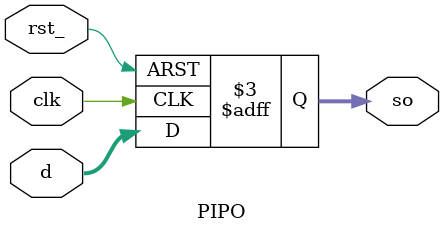
<source format=v>
`timescale 1ns / 1ps


// sl - shift / load : if load (1) , d is allowed to interact with reg, else if shift (0) input doesnt get to reg, if there is a tmp reg, its content is read.


// sl is not useful for pipo. PIPO is more of a buffer.

module PIPO(
    input wire [3:0] d,
    input wire clk, rst_,
    output reg [3:0] so
);


    always@(posedge clk or negedge rst_  )  begin
        if (!rst_  ) begin
            so <= 0;
        end
        else begin
            so <= d;
        end
    end

endmodule

</source>
